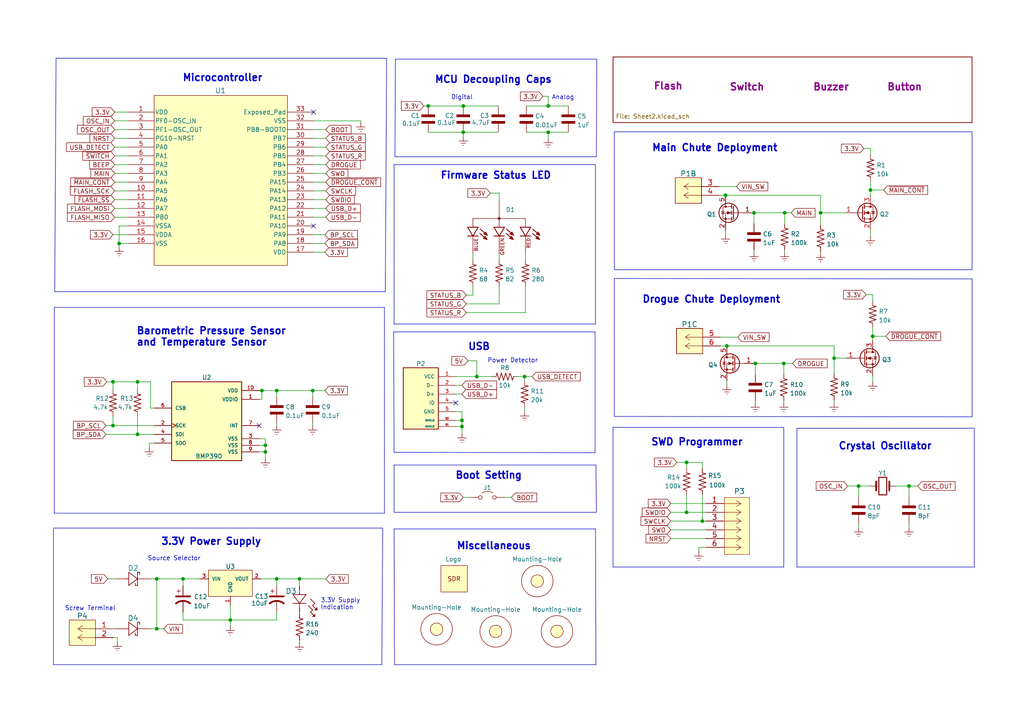
<source format=kicad_sch>
(kicad_sch (version 20230121) (generator eeschema)
  (paper "A4")
  (title_block (title "Flight Computer Lite") (date "2022-12-17") (rev "1.0") (company "Sun Devil Rocketry Avionics") (comment 1 "Author: Colton Acosta"))
  (lib_symbols
    (symbol "Flight-Computer-Lite:0530470610" (pin_names (offset 0.254) hide)
      (property "Reference" "P" (at 8.89 6.35 0))
      (symbol "0530470610_1_1"
        (pin passive line (at 0 0 0) (length 5.08) (name "1") (number "1"))
        (pin passive line (at 0 -2.54 0) (length 5.08) (name "2") (number "2"))
        (pin passive line (at 0 -5.08 0) (length 5.08) (name "3") (number "3"))
        (pin passive line (at 0 -7.62 0) (length 5.08) (name "4") (number "4"))
        (pin passive line (at 0 -10.16 0) (length 5.08) (name "5") (number "5"))
        (pin passive line (at 0 -12.7 0) (length 5.08) (name "6") (number "6"))
      )
    )
    (symbol "Flight-Computer-Lite:2N7002W-7-F" (pin_names hide)
      (property "Reference" "Q" (at 5.08 1.905 0))
      (symbol "2N7002W-7-F_1_1"
        (pin input line (at -5.08 0 0) (length 2.54) (name "G") (number "1"))
        (pin passive line (at 2.54 -5.08 90) (length 2.54) (name "S") (number "2"))
        (pin passive line (at 2.54 5.08 270) (length 2.54) (name "D") (number "3"))
      )
    )
    (symbol "Flight-Computer-Lite:Earth" (power) (pin_names (offset 0))
      (symbol "Earth_1_1"
        (pin power_in line (at 0 0 270) (length 0) hide (name "Earth") (number "1"))
      )
    )
    (symbol "Flight-Computer-Lite:Mounting-Hole" (pin_names (offset 1.016)))
    (symbol "Flight-Computer-Lite:STM32G4A1KEU6" (pin_names (offset 0.254))
      (property "Reference" "U" (at -0.635 24.13 0))
      (symbol "STM32G4A1KEU6_0_1"
        (pin power_in line (at -27.178 17.78 0) (length 7.62) (name "VDD") (number "1"))
        (pin bidirectional line (at -27.178 -5.08 0) (length 7.62) (name "PA5") (number "10"))
        (pin bidirectional line (at -27.178 -7.62 0) (length 7.62) (name "PA6") (number "11"))
        (pin bidirectional line (at -27.178 -10.16 0) (length 7.62) (name "PA7") (number "12"))
        (pin bidirectional line (at -27.178 -12.7 0) (length 7.62) (name "PB0") (number "13"))
        (pin power_out line (at -27.178 -15.24 0) (length 7.62) (name "VSSA") (number "14"))
        (pin power_in line (at -27.178 -17.78 0) (length 7.62) (name "VDDA") (number "15"))
        (pin power_out line (at -27.178 -20.32 0) (length 7.62) (name "VSS") (number "16"))
        (pin power_in line (at 26.67 -22.86 180) (length 7.62) (name "VDD") (number "17"))
        (pin bidirectional line (at 26.67 -20.32 180) (length 7.62) (name "PA8") (number "18"))
        (pin bidirectional line (at 26.67 -17.78 180) (length 7.62) (name "PA9") (number "19"))
        (pin bidirectional line (at -27.178 15.24 0) (length 7.62) (name "PF0-OSC_IN") (number "2"))
        (pin bidirectional line (at 26.67 -15.24 180) (length 7.62) (name "PA10") (number "20"))
        (pin bidirectional line (at 26.67 -12.7 180) (length 7.62) (name "PA11") (number "21"))
        (pin bidirectional line (at 26.67 -10.16 180) (length 7.62) (name "PA12") (number "22"))
        (pin bidirectional line (at 26.67 -7.62 180) (length 7.62) (name "PA13") (number "23"))
        (pin bidirectional line (at 26.67 -5.08 180) (length 7.62) (name "PA14") (number "24"))
        (pin bidirectional line (at 26.67 -2.54 180) (length 7.62) (name "PA15") (number "25"))
        (pin bidirectional line (at 26.67 0 180) (length 7.62) (name "PB3") (number "26"))
        (pin bidirectional line (at 26.67 2.54 180) (length 7.62) (name "PB4") (number "27"))
        (pin bidirectional line (at 26.67 5.08 180) (length 7.62) (name "PB5") (number "28"))
        (pin bidirectional line (at 26.67 7.62 180) (length 7.62) (name "PB6") (number "29"))
        (pin output line (at -27.178 12.7 0) (length 7.62) (name "PF1-OSC_OUT") (number "3"))
        (pin bidirectional line (at 26.67 10.16 180) (length 7.62) (name "PB7") (number "30"))
        (pin bidirectional line (at 26.67 12.7 180) (length 7.62) (name "PB8-BOOT0") (number "31"))
        (pin power_out line (at 26.67 15.24 180) (length 7.62) (name "VSS") (number "32"))
        (pin unspecified line (at 26.67 17.78 180) (length 7.62) (name "Exposed_Pad") (number "33"))
        (pin unspecified line (at -27.178 10.16 0) (length 7.62) (name "PG10-NRST") (number "4"))
        (pin bidirectional line (at -27.178 7.62 0) (length 7.62) (name "PA0") (number "5"))
        (pin bidirectional line (at -27.178 5.08 0) (length 7.62) (name "PA1") (number "6"))
        (pin bidirectional line (at -27.178 2.54 0) (length 7.62) (name "PA2") (number "7"))
        (pin bidirectional line (at -27.178 0 0) (length 7.62) (name "PA3") (number "8"))
        (pin unspecified line (at -27.178 -2.54 0) (length 7.62) (name "PA4") (number "9"))
      )
    )
    (symbol "Flight-Computer-Lite:USB" (pin_names (offset 1.016))
      (property "Reference" "P" (at -5.08 10.922 0))
      (symbol "USB_0_0"
        (pin power_out line (at -10.16 7.62 0) (length 5.08) (name "VCC") (number "1"))
        (pin bidirectional line (at -10.16 5.08 0) (length 5.08) (name "D-") (number "2"))
        (pin bidirectional line (at -10.16 2.54 0) (length 5.08) (name "D+") (number "3"))
        (pin power_out line (at -10.16 0 0) (length 5.08) (name "ID") (number "4"))
        (pin power_out line (at -10.16 -2.54 0) (length 5.08) (name "GND") (number "5"))
        (pin passive line (at -10.16 -6.858 0) (length 5.08) (name "SHIELD") (number "S1"))
        (pin passive line (at -10.16 -5.08 0) (length 5.08) (name "SHIELD") (number "S2"))
      )
    )
    (symbol "Flight-Computer:1546551-2" (pin_names (offset 0.254) hide)
      (property "Reference" "P" (at 8.89 6.35 0))
      (symbol "1546551-2_1_1"
        (pin passive line (at 0 0 0) (length 5.08) (name "5") (number "1"))
        (pin passive line (at 0 -2.54 0) (length 5.08) (name "6") (number "2"))
      )
    )
    (symbol "Flight-Computer:1984659" (pin_names (offset 0.254) hide)
      (property "Reference" "P" (at 8.89 6.35 0))
      (symbol "1984659_1_1"
        (pin passive line (at 0 0 0) (length 5.08) (name "5") (number "1"))
        (pin passive line (at 0 -2.54 0) (length 5.08) (name "6") (number "2"))
      )
      (symbol "1984659_2_1"
        (pin passive line (at 0 0 0) (length 5.08) (name "5") (number "3"))
        (pin passive line (at 0 -2.54 0) (length 5.08) (name "6") (number "4"))
      )
      (symbol "1984659_3_1"
        (pin passive line (at 0 0 0) (length 5.08) (name "5") (number "5"))
        (pin passive line (at 0 -2.54 0) (length 5.08) (name "6") (number "6"))
      )
    )
    (symbol "Flight-Computer:BMP390" (pin_names (offset 1.016))
      (property "Reference" "U" (at -2.54 13.335 0))
      (property "Value" "BMP390" (at -3.81 -9.525 0))
      (symbol "BMP390_0_0"
        (pin power_in line (at 15.24 7.62 180) (length 5.08) (name "VDDIO") (number "1"))
        (pin power_in line (at 15.24 10.16 180) (length 5.08) (name "VDD") (number "10"))
        (pin input clock (at -15.24 0 0) (length 5.08) (name "SCK") (number "2"))
        (pin power_in line (at 15.24 -3.81 180) (length 5.08) (name "VSS") (number "3"))
        (pin input line (at -15.24 -2.54 0) (length 5.08) (name "SDI") (number "4"))
        (pin input line (at -15.24 -5.08 0) (length 5.08) (name "SDO") (number "5"))
        (pin input line (at -15.24 5.08 0) (length 5.08) (name "CSB") (number "6"))
        (pin output line (at 15.24 0 180) (length 5.08) (name "INT") (number "7"))
        (pin power_in line (at 15.24 -5.715 180) (length 5.08) (name "VSS") (number "8"))
        (pin power_in line (at 15.24 -7.62 180) (length 5.08) (name "VSS") (number "9"))
      )
    )
    (symbol "Flight-Computer:CAP_0603" (pin_numbers hide) (pin_names (offset 1.016) hide)
      (property "Reference" "C" (at -1.27 3.81 0))
      (property "Value" "CAP_0603" (at -3.81 -3.81 0))
      (symbol "CAP_0603_0_0"
        (pin passive line (at 3.81 0 180) (length 2.54) (name "~") (number "1"))
        (pin passive line (at -3.81 0 0) (length 2.54) (name "~") (number "2"))
      )
    )
    (symbol "Flight-Computer:CAP_Polar" (pin_numbers hide) (pin_names (offset 0.254) hide)
      (property "Reference" "C" (at 0.635 2.54 0))
      (property "Value" "CAP_Polar" (at 0.635 -2.54 0))
      (symbol "CAP_Polar_1_1"
        (pin passive line (at 0 3.81 270) (length 2.794) (name "~") (number "1"))
        (pin passive line (at 0 -3.81 90) (length 3.302) (name "~") (number "2"))
      )
    )
    (symbol "Flight-Computer:CLMVC-FKA-CL1D1L71BB7C3C3" (pin_numbers hide) (pin_names (offset 1.016) hide)
      (property "Reference" "D" (at 13.97 -1.27 0))
      (symbol "CLMVC-FKA-CL1D1L71BB7C3C3_0_0"
        (text "BLUE" (at 3.048 -6.096 0) (effects (font (size 1.016 1.016)) (justify left bottom)))
        (text "GREEN" (at 3.048 1.524 0) (effects (font (size 1.016 1.016)) (justify left bottom)))
        (text "RED" (at 3.048 9.144 0) (effects (font (size 1.016 1.016)) (justify left bottom)))
        (pin passive line (at -7.62 0 0) (length 5.08) (name "~") (number "1"))
        (pin passive line (at 7.62 -7.62 180) (length 5.08) (name "~") (number "2"))
        (pin passive line (at 7.62 0 180) (length 5.08) (name "~") (number "3"))
        (pin passive line (at 7.62 7.62 180) (length 5.08) (name "~") (number "4"))
      )
    )
    (symbol "Flight-Computer:ECS-240-18-33-JGN-TR" (pin_numbers hide) (pin_names (offset 1.016) hide)
      (property "Reference" "Y" (at 0 3.81 0))
      (symbol "ECS-240-18-33-JGN-TR_1_1"
        (pin passive line (at -3.81 0 0) (length 1.27) (name "1") (number "1"))
        (pin no_connect line (at -3.175 5.08 270) (length 2.54) hide (name "") (number "2"))
        (pin passive line (at 3.81 0 180) (length 1.27) (name "3") (number "3"))
        (pin no_connect line (at -6.35 5.08 270) (length 2.54) hide (name "") (number "4"))
      )
    )
    (symbol "Flight-Computer:Earth" (power) (pin_names (offset 0))
      (symbol "Earth_1_1"
        (pin power_in line (at 0 0 270) (length 0) hide (name "Earth") (number "1"))
      )
    )
    (symbol "Flight-Computer:Jumper_NO" (pin_numbers hide) (pin_names (offset 0) hide)
      (property "Reference" "J" (at 0 2.794 0))
      (symbol "Jumper_NO_1_1"
        (pin passive line (at -5.08 0 0) (length 2.54) (name "A") (number "1"))
        (pin passive line (at 5.08 0 180) (length 2.54) (name "B") (number "2"))
      )
    )
    (symbol "Flight-Computer:LMS8117AMP-3.3_NOPB" (pin_names (offset 1.016))
      (property "Reference" "U" (at -1.27 5.08 0))
      (symbol "LMS8117AMP-3.3_NOPB_1_1"
        (pin input line (at 0 -6.35 90) (length 2.54) (name "GND") (number "1"))
        (pin power_out line (at 8.89 1.27 180) (length 2.54) (name "VOUT") (number "2"))
        (pin input line (at -8.89 1.27 0) (length 2.54) (name "VIN") (number "3"))
      )
    )
    (symbol "Flight-Computer:Logo" (pin_names (offset 1.016))
      (property "Reference" "LOGO" (at 0 5.08 0))
      (property "Value" "Logo" (at 0 -5.08 0))
      (symbol "Logo_0_0"
        (text "SDR" (at 0 0 0) (effects (font (size 1.27 1.27))))
      )
    )
    (symbol "Flight-Computer:Mounting-Hole" (pin_names (offset 1.016)))
    (symbol "Flight-Computer:QS5U17TR" (pin_names hide)
      (property "Reference" "Q" (at 5.08 1.905 0))
      (symbol "QS5U17TR_1_1"
        (pin input line (at -5.08 0 0) (length 2.54) (name "G") (number "1"))
        (pin passive line (at 2.54 -5.08 90) (length 2.54) (name "S") (number "2"))
        (pin no_connect line (at 8.89 0.635 270) (length 2.54) hide (name "") (number "3"))
        (pin no_connect line (at 11.43 0.635 270) (length 2.54) hide (name "") (number "4"))
        (pin passive line (at 2.54 5.08 270) (length 2.54) (name "D") (number "5"))
      )
    )
    (symbol "Flight-Computer:RES_0603" (pin_numbers hide) (pin_names (offset 1.016) hide)
      (property "Reference" "R" (at -1.27 1.27 0))
      (property "Value" "RES_0603" (at -3.81 -2.54 0))
      (symbol "RES_0603_0_0"
        (pin passive line (at -3.81 0 0) (length 1.27) (name "~") (number "1"))
        (pin passive line (at 3.81 0 180) (length 1.27) (name "~") (number "2"))
      )
    )
    (symbol "Flight-Computer:SM5819PL-TP" (pin_numbers hide) (pin_names hide)
      (property "Reference" "D" (at 0 4.445 0))
      (symbol "SM5819PL-TP_1_1"
        (pin passive line (at 5.08 0 180) (length 2.54) (name "~") (number "1"))
        (pin passive line (at -5.08 0 0) (length 2.54) (name "~") (number "2"))
      )
    )
    (symbol "Flight-Computer:SML-LX1206GC-TR" (pin_numbers hide) (pin_names hide)
      (property "Reference" "D" (at 3.81 5.08 0))
      (symbol "SML-LX1206GC-TR_1_1"
        (pin passive line (at 0 -2.54 90) (length 1.27) (name "1") (number "1"))
        (pin passive line (at 0 5.08 270) (length 1.27) (name "2") (number "2"))
      )
    )
    (symbol "RES_0603_1" (pin_numbers hide) (pin_names (offset 1.016) hide)
      (property "Reference" "R" (at -1.27 1.27 0))
      (property "Value" "RES_0603_1" (at -3.81 -2.54 0))
      (symbol "RES_0603_1_0_0"
        (pin passive line (at -3.81 0 0) (length 1.27) (name "~") (number "1"))
        (pin passive line (at 3.81 0 180) (length 1.27) (name "~") (number "2"))
      )
    )
    (symbol "RES_0603_7" (pin_numbers hide) (pin_names (offset 1.016) hide)
      (property "Reference" "R" (at -1.27 1.27 0))
      (property "Value" "RES_0603_7" (at -3.81 -2.54 0))
      (symbol "RES_0603_7_0_0"
        (pin passive line (at -3.81 0 0) (length 1.27) (name "~") (number "1"))
        (pin passive line (at 3.81 0 180) (length 1.27) (name "~") (number "2"))
      )
    )
  )
  (junction (at 39.878 125.984))
  (junction (at 199.136 134.112))
  (junction (at 203.708 151.13))
  (junction (at 227.33 105.41))
  (junction (at 66.802 179.832))
  (junction (at 159.004 30.734))
  (junction (at 134.366 30.734))
  (junction (at 39.878 110.744))
  (junction (at 249.047 140.97))
  (junction (at 90.678 113.284))
  (junction (at 80.264 113.284))
  (junction (at 227.584 61.722))
  (junction (at 218.694 61.722))
  (junction (at 86.868 167.894))
  (junction (at 32.766 123.444))
  (junction (at 237.998 61.722))
  (junction (at 75.946 113.284))
  (junction (at 45.466 182.372))
  (junction (at 133.985 121.92))
  (junction (at 34.544 70.612))
  (junction (at 263.652 140.97))
  (junction (at 138.303 109.22))
  (junction (at 152.146 109.22))
  (junction (at 210.439 56.642))
  (junction (at 241.935 103.886))
  (junction (at 159.004 38.354))
  (junction (at 76.962 131.064))
  (junction (at 252.476 55.118))
  (junction (at 253.111 97.536))
  (junction (at 210.82 100.33))
  (junction (at 219.075 105.41))
  (junction (at 133.985 123.698))
  (junction (at 199.136 148.59))
  (junction (at 134.366 38.354))
  (junction (at 53.086 167.894))
  (junction (at 76.962 129.159))
  (junction (at 80.264 167.894))
  (junction (at 32.766 110.744))
  (junction (at 124.206 30.734))
  (junction (at 45.466 167.894))
  (no_connect (at 90.932 65.532))
  (no_connect (at 75.184 123.444))
  (no_connect (at 132.207 116.84))
  (no_connect (at 90.932 32.512))
  (polyline (pts (xy 178.181 38.227) (xy 178.181 78.232)))
  (wire (pts (xy 90.932 60.452) (xy 94.488 60.452)))
  (wire (pts (xy 53.086 179.832) (xy 66.802 179.832)))
  (wire (pts (xy 152.4 73.533) (xy 152.4 75.438)))
  (wire (pts (xy 252.476 55.118) (xy 252.476 52.578)))
  (wire (pts (xy 45.466 182.372) (xy 43.688 182.372)))
  (wire (pts (xy 204.724 158.75) (xy 202.692 158.75)))
  (wire (pts (xy 124.206 38.354) (xy 134.366 38.354)))
  (wire (pts (xy 86.868 185.674) (xy 86.868 186.436)))
  (wire (pts (xy 90.932 45.212) (xy 94.488 45.212)))
  (polyline (pts (xy 281.94 80.899) (xy 281.94 120.904)))
  (wire (pts (xy 90.932 42.672) (xy 94.488 42.672)))
  (polyline (pts (xy 172.72 153.416) (xy 172.847 192.786)))
  (wire (pts (xy 219.075 105.41) (xy 227.33 105.41)))
  (wire (pts (xy 39.878 110.744) (xy 43.688 110.744)))
  (wire (pts (xy 34.544 65.532) (xy 34.544 70.612)))
  (wire (pts (xy 80.264 167.894) (xy 80.264 169.926)))
  (wire (pts (xy 144.78 88.138) (xy 144.78 83.058)))
  (wire (pts (xy 33.274 35.052) (xy 37.084 35.052)))
  (wire (pts (xy 33.274 32.512) (xy 37.084 32.512)))
  (wire (pts (xy 144.78 56.007) (xy 144.78 58.293)))
  (wire (pts (xy 122.936 30.734) (xy 124.206 30.734)))
  (wire (pts (xy 251.206 85.471) (xy 253.111 85.471)))
  (wire (pts (xy 227.33 105.41) (xy 229.87 105.41)))
  (polyline (pts (xy 112.141 16.891) (xy 111.76 84.582)))
  (polyline (pts (xy 111.506 89.154) (xy 111.506 148.844)))
  (wire (pts (xy 34.036 186.182) (xy 34.036 184.912)))
  (wire (pts (xy 66.802 175.514) (xy 66.802 179.832)))
  (wire (pts (xy 135.255 90.678) (xy 152.4 90.678)))
  (polyline (pts (xy 178.181 38.227) (xy 281.94 38.227)))
  (wire (pts (xy 253.111 97.536) (xy 256.921 97.536)))
  (wire (pts (xy 75.184 127.254) (xy 76.962 127.254)))
  (wire (pts (xy 90.932 35.052) (xy 104.648 35.052)))
  (wire (pts (xy 32.766 68.072) (xy 37.084 68.072)))
  (polyline (pts (xy 172.72 47.752) (xy 172.72 93.98)))
  (wire (pts (xy 104.648 35.56) (xy 104.648 35.052)))
  (wire (pts (xy 86.868 169.926) (xy 86.868 167.894)))
  (wire (pts (xy 208.534 56.642) (xy 210.439 56.642)))
  (wire (pts (xy 152.654 30.734) (xy 159.004 30.734)))
  (wire (pts (xy 90.932 70.612) (xy 94.234 70.612)))
  (wire (pts (xy 75.946 113.284) (xy 80.264 113.284)))
  (wire (pts (xy 75.946 115.824) (xy 75.946 113.284)))
  (wire (pts (xy 133.985 123.698) (xy 133.985 125.73)))
  (wire (pts (xy 144.78 73.533) (xy 144.78 75.438)))
  (wire (pts (xy 32.766 123.444) (xy 44.704 123.444)))
  (wire (pts (xy 218.694 61.722) (xy 218.694 64.897)))
  (wire (pts (xy 194.564 153.67) (xy 204.724 153.67)))
  (wire (pts (xy 210.439 66.802) (xy 210.439 68.072)))
  (wire (pts (xy 44.704 128.524) (xy 43.307 128.524)))
  (wire (pts (xy 227.584 61.722) (xy 229.489 61.722)))
  (polyline (pts (xy 114.554 45.466) (xy 114.681 17.145)))
  (wire (pts (xy 90.678 122.682) (xy 90.678 123.444)))
  (wire (pts (xy 90.932 37.592) (xy 94.488 37.592)))
  (polyline (pts (xy 15.494 153.162) (xy 110.998 153.162)))
  (wire (pts (xy 208.915 97.79) (xy 213.995 97.79)))
  (wire (pts (xy 218.059 61.722) (xy 218.694 61.722)))
  (wire (pts (xy 159.004 30.734) (xy 164.846 30.734)))
  (wire (pts (xy 203.708 151.13) (xy 204.724 151.13)))
  (wire (pts (xy 203.708 134.112) (xy 203.708 135.89)))
  (wire (pts (xy 44.704 118.364) (xy 43.688 118.364)))
  (wire (pts (xy 252.476 55.118) (xy 252.476 56.642)))
  (wire (pts (xy 219.075 116.205) (xy 219.075 116.84)))
  (wire (pts (xy 132.207 111.76) (xy 133.985 111.76)))
  (wire (pts (xy 208.915 100.33) (xy 210.82 100.33)))
  (polyline (pts (xy 114.3 134.874) (xy 172.847 134.874)))
  (wire (pts (xy 76.962 131.064) (xy 76.962 132.969)))
  (wire (pts (xy 132.207 119.38) (xy 133.985 119.38)))
  (wire (pts (xy 249.047 151.765) (xy 249.047 153.035)))
  (wire (pts (xy 210.439 56.642) (xy 237.998 56.642)))
  (wire (pts (xy 202.692 158.75) (xy 202.692 160.02)))
  (wire (pts (xy 33.274 60.452) (xy 37.084 60.452)))
  (wire (pts (xy 203.708 143.51) (xy 203.708 151.13)))
  (wire (pts (xy 138.303 104.648) (xy 138.303 109.22)))
  (wire (pts (xy 132.207 114.3) (xy 133.985 114.3)))
  (wire (pts (xy 199.136 134.112) (xy 199.136 135.89)))
  (polyline (pts (xy 282.575 164.465) (xy 231.14 164.465)))
  (wire (pts (xy 157.48 27.94) (xy 159.004 27.94)))
  (polyline (pts (xy 15.748 89.154) (xy 111.506 89.154)))
  (wire (pts (xy 134.366 38.354) (xy 144.526 38.354)))
  (wire (pts (xy 263.652 140.97) (xy 263.652 144.145)))
  (wire (pts (xy 218.694 61.722) (xy 227.584 61.722)))
  (wire (pts (xy 30.988 110.744) (xy 32.766 110.744)))
  (wire (pts (xy 80.264 113.284) (xy 80.264 115.062)))
  (wire (pts (xy 227.33 116.205) (xy 227.33 116.84)))
  (wire (pts (xy 150.241 109.22) (xy 152.146 109.22)))
  (polyline (pts (xy 172.847 134.874) (xy 172.974 148.59)))
  (wire (pts (xy 134.366 38.354) (xy 134.366 39.624)))
  (wire (pts (xy 208.534 54.102) (xy 213.614 54.102)))
  (wire (pts (xy 133.985 121.92) (xy 133.985 123.698)))
  (wire (pts (xy 30.734 123.444) (xy 32.766 123.444)))
  (polyline (pts (xy 114.3 134.874) (xy 114.3 148.59)))
  (wire (pts (xy 199.136 143.51) (xy 199.136 148.59)))
  (wire (pts (xy 152.4 90.678) (xy 152.4 83.058)))
  (polyline (pts (xy 110.998 153.162) (xy 110.744 192.786)))
  (polyline (pts (xy 227.33 123.952) (xy 227.33 164.465)))
  (wire (pts (xy 241.935 116.078) (xy 241.935 116.84)))
  (wire (pts (xy 39.878 125.984) (xy 44.704 125.984)))
  (wire (pts (xy 45.466 182.372) (xy 47.498 182.372)))
  (wire (pts (xy 227.33 105.41) (xy 227.33 108.585)))
  (wire (pts (xy 90.932 62.992) (xy 94.488 62.992)))
  (wire (pts (xy 194.564 148.59) (xy 199.136 148.59)))
  (polyline (pts (xy 281.94 78.232) (xy 178.181 78.232)))
  (wire (pts (xy 237.998 72.898) (xy 237.998 73.406)))
  (wire (pts (xy 142.24 56.007) (xy 144.78 56.007)))
  (wire (pts (xy 241.935 103.886) (xy 245.491 103.886)))
  (wire (pts (xy 66.802 179.832) (xy 66.802 181.61)))
  (wire (pts (xy 75.184 115.824) (xy 75.946 115.824)))
  (polyline (pts (xy 110.744 192.786) (xy 15.494 192.786)))
  (wire (pts (xy 53.086 179.832) (xy 53.086 177.546)))
  (wire (pts (xy 90.932 52.832) (xy 94.488 52.832)))
  (wire (pts (xy 124.206 30.734) (xy 134.366 30.734)))
  (wire (pts (xy 32.766 184.912) (xy 34.036 184.912)))
  (polyline (pts (xy 114.3 47.752) (xy 114.3 93.98)))
  (wire (pts (xy 194.564 151.13) (xy 203.708 151.13)))
  (wire (pts (xy 39.878 120.65) (xy 39.878 125.984)))
  (wire (pts (xy 241.935 100.33) (xy 241.935 103.886)))
  (wire (pts (xy 43.688 118.364) (xy 43.688 110.744)))
  (wire (pts (xy 80.264 177.546) (xy 80.264 179.832)))
  (wire (pts (xy 90.678 113.284) (xy 94.234 113.284)))
  (wire (pts (xy 75.692 167.894) (xy 80.264 167.894)))
  (wire (pts (xy 34.544 65.532) (xy 37.084 65.532)))
  (wire (pts (xy 159.004 38.354) (xy 164.846 38.354)))
  (wire (pts (xy 75.184 129.159) (xy 76.962 129.159)))
  (wire (pts (xy 90.932 47.752) (xy 94.488 47.752)))
  (polyline (pts (xy 172.974 148.59) (xy 114.3 148.59)))
  (polyline (pts (xy 114.681 17.145) (xy 173.101 17.145)))
  (wire (pts (xy 134.366 30.734) (xy 144.526 30.734)))
  (wire (pts (xy 237.998 61.722) (xy 237.998 65.278)))
  (wire (pts (xy 199.136 134.112) (xy 203.708 134.112)))
  (wire (pts (xy 263.652 140.97) (xy 266.192 140.97)))
  (wire (pts (xy 135.763 104.648) (xy 138.303 104.648)))
  (polyline (pts (xy 281.94 38.227) (xy 281.94 78.232)))
  (wire (pts (xy 90.932 55.372) (xy 94.488 55.372)))
  (polyline (pts (xy 114.173 96.266) (xy 172.593 96.266)))
  (wire (pts (xy 33.274 50.292) (xy 37.084 50.292)))
  (wire (pts (xy 252.476 43.053) (xy 252.476 44.958)))
  (wire (pts (xy 152.146 109.22) (xy 154.305 109.22)))
  (wire (pts (xy 132.207 121.92) (xy 133.985 121.92)))
  (polyline (pts (xy 172.593 131.318) (xy 114.3 131.191)))
  (wire (pts (xy 34.544 70.612) (xy 34.544 71.628)))
  (wire (pts (xy 33.274 45.212) (xy 37.084 45.212)))
  (wire (pts (xy 33.274 57.912) (xy 37.084 57.912)))
  (wire (pts (xy 159.004 27.94) (xy 159.004 30.734)))
  (polyline (pts (xy 114.3 153.416) (xy 114.427 192.786)))
  (polyline (pts (xy 231.14 124.206) (xy 282.575 124.206)))
  (polyline (pts (xy 178.181 80.772) (xy 178.181 120.777)))
  (wire (pts (xy 253.111 94.996) (xy 253.111 97.536)))
  (wire (pts (xy 132.207 109.22) (xy 138.303 109.22)))
  (polyline (pts (xy 231.14 124.206) (xy 231.14 164.465)))
  (wire (pts (xy 90.932 68.072) (xy 94.234 68.072)))
  (wire (pts (xy 43.688 167.894) (xy 45.466 167.894)))
  (wire (pts (xy 146.431 144.272) (xy 148.336 144.272)))
  (wire (pts (xy 263.652 151.765) (xy 263.652 153.035)))
  (wire (pts (xy 32.766 120.65) (xy 32.766 123.444)))
  (polyline (pts (xy 114.3 153.416) (xy 172.72 153.416)))
  (wire (pts (xy 237.998 61.722) (xy 244.856 61.722)))
  (wire (pts (xy 237.998 56.642) (xy 237.998 61.722)))
  (polyline (pts (xy 111.506 148.844) (xy 15.748 148.844)))
  (polyline (pts (xy 282.575 124.206) (xy 282.575 164.465)))
  (polyline (pts (xy 172.593 96.266) (xy 172.593 131.318)))
  (wire (pts (xy 218.44 105.41) (xy 219.075 105.41)))
  (wire (pts (xy 196.342 134.112) (xy 199.136 134.112)))
  (wire (pts (xy 32.766 182.372) (xy 33.528 182.372)))
  (polyline (pts (xy 281.94 120.904) (xy 178.181 120.777)))
  (wire (pts (xy 33.274 40.132) (xy 37.084 40.132)))
  (polyline (pts (xy 16.256 16.891) (xy 15.875 84.582)))
  (polyline (pts (xy 173.101 17.145) (xy 172.974 45.466)))
  (wire (pts (xy 227.584 61.722) (xy 227.584 64.897)))
  (wire (pts (xy 80.264 113.284) (xy 90.678 113.284)))
  (wire (pts (xy 76.962 129.159) (xy 76.962 131.064)))
  (wire (pts (xy 135.255 88.138) (xy 144.78 88.138)))
  (polyline (pts (xy 227.33 164.465) (xy 177.8 164.465)))
  (wire (pts (xy 253.111 97.536) (xy 253.111 98.806)))
  (wire (pts (xy 250.571 43.053) (xy 252.476 43.053)))
  (wire (pts (xy 90.932 40.132) (xy 94.488 40.132)))
  (wire (pts (xy 132.207 123.698) (xy 133.985 123.698)))
  (wire (pts (xy 31.242 167.894) (xy 33.528 167.894)))
  (polyline (pts (xy 172.72 93.98) (xy 114.3 93.98)))
  (wire (pts (xy 253.111 85.471) (xy 253.111 87.376)))
  (wire (pts (xy 259.842 140.97) (xy 263.652 140.97)))
  (wire (pts (xy 199.136 148.59) (xy 204.724 148.59)))
  (wire (pts (xy 194.564 156.21) (xy 204.724 156.21)))
  (wire (pts (xy 227.584 72.517) (xy 227.584 73.152)))
  (wire (pts (xy 152.146 109.22) (xy 152.146 110.49)))
  (wire (pts (xy 39.878 110.744) (xy 39.878 113.03)))
  (polyline (pts (xy 114.3 47.752) (xy 172.72 47.752)))
  (polyline (pts (xy 114.554 45.466) (xy 172.974 45.466)))
  (wire (pts (xy 86.868 167.894) (xy 94.488 167.894)))
  (wire (pts (xy 253.111 108.966) (xy 253.111 110.744)))
  (wire (pts (xy 159.004 38.354) (xy 159.004 40.132)))
  (wire (pts (xy 80.264 179.832) (xy 66.802 179.832)))
  (wire (pts (xy 249.047 140.97) (xy 252.222 140.97)))
  (wire (pts (xy 218.694 72.517) (xy 218.694 73.152)))
  (polyline (pts (xy 114.173 96.266) (xy 114.3 131.191)))
  (wire (pts (xy 80.264 167.894) (xy 86.868 167.894)))
  (wire (pts (xy 241.935 103.886) (xy 241.935 108.458)))
  (wire (pts (xy 133.985 119.38) (xy 133.985 121.92)))
  (wire (pts (xy 45.466 167.894) (xy 45.466 182.372)))
  (wire (pts (xy 33.274 47.752) (xy 37.084 47.752)))
  (wire (pts (xy 90.678 113.284) (xy 90.678 115.062)))
  (wire (pts (xy 33.274 37.592) (xy 37.084 37.592)))
  (wire (pts (xy 137.16 85.598) (xy 135.255 85.598)))
  (wire (pts (xy 32.766 110.744) (xy 32.766 113.03)))
  (wire (pts (xy 90.932 73.152) (xy 94.234 73.152)))
  (polyline (pts (xy 177.8 123.952) (xy 227.33 123.952)))
  (wire (pts (xy 152.146 118.11) (xy 152.146 119.38)))
  (wire (pts (xy 152.654 38.354) (xy 159.004 38.354)))
  (wire (pts (xy 137.16 83.058) (xy 137.16 85.598)))
  (polyline (pts (xy 15.494 153.416) (xy 15.494 192.786)))
  (wire (pts (xy 219.075 105.41) (xy 219.075 108.585)))
  (wire (pts (xy 33.274 62.992) (xy 37.084 62.992)))
  (wire (pts (xy 252.476 55.118) (xy 256.286 55.118)))
  (polyline (pts (xy 178.181 80.772) (xy 281.94 80.899)))
  (polyline (pts (xy 16.256 16.891) (xy 112.141 16.891)))
  (polyline (pts (xy 15.748 89.154) (xy 15.748 148.844)))
  (wire (pts (xy 194.564 146.05) (xy 204.724 146.05)))
  (wire (pts (xy 210.82 110.49) (xy 210.82 111.76)))
  (wire (pts (xy 90.932 57.912) (xy 94.488 57.912)))
  (wire (pts (xy 75.946 113.284) (xy 75.184 113.284)))
  (wire (pts (xy 75.184 131.064) (xy 76.962 131.064)))
  (wire (pts (xy 43.307 128.524) (xy 43.307 129.794)))
  (wire (pts (xy 138.303 109.22) (xy 142.621 109.22)))
  (wire (pts (xy 80.264 122.682) (xy 80.264 123.444)))
  (wire (pts (xy 86.868 178.054) (xy 86.868 177.546)))
  (wire (pts (xy 245.872 140.97) (xy 249.047 140.97)))
  (wire (pts (xy 137.16 73.533) (xy 137.16 75.438)))
  (wire (pts (xy 33.274 42.672) (xy 37.084 42.672)))
  (wire (pts (xy 33.274 55.372) (xy 37.084 55.372)))
  (wire (pts (xy 32.766 110.744) (xy 39.878 110.744)))
  (wire (pts (xy 76.962 127.254) (xy 76.962 129.159)))
  (wire (pts (xy 53.086 167.894) (xy 53.086 169.926)))
  (wire (pts (xy 134.366 144.272) (xy 136.271 144.272)))
  (wire (pts (xy 90.932 50.292) (xy 94.488 50.292)))
  (wire (pts (xy 249.047 140.97) (xy 249.047 144.145)))
  (wire (pts (xy 53.086 167.894) (xy 57.912 167.894)))
  (polyline (pts (xy 177.8 123.952) (xy 177.8 164.465)))
  (polyline (pts (xy 111.76 84.582) (xy 15.875 84.582)))
  (wire (pts (xy 210.82 100.33) (xy 241.935 100.33)))
  (polyline (pts (xy 172.847 192.786) (xy 114.427 192.786)))
  (wire (pts (xy 33.274 52.832) (xy 37.084 52.832)))
  (wire (pts (xy 252.476 66.802) (xy 252.476 68.58)))
  (wire (pts (xy 34.544 70.612) (xy 37.084 70.612)))
  (wire (pts (xy 45.466 167.894) (xy 53.086 167.894)))
  (wire (pts (xy 30.734 125.984) (xy 39.878 125.984)))
  (text "MCU Decoupling Caps" (at 125.984 24.384 0) (effects (font (size 2.032 2.032) (thickness 0.4064) bold) (justify left bottom)))
  (text "Drogue Chute Deployment" (at 186.182 88.138 0) (effects (font (size 2.032 2.032) (thickness 0.4064) bold) (justify left bottom)))
  (text "Digital" (at 130.81 29.083 0) (effects (font (size 1.27 1.27)) (justify left bottom)))
  (text "Source Selector" (at 42.799 162.814 0) (effects (font (size 1.27 1.27)) (justify left bottom)))
  (text "Analog" (at 160.02 29.083 0) (effects (font (size 1.27 1.27)) (justify left bottom)))
  (text "Barometric Pressure Sensor\nand Temperature Sensor" (at 39.497 100.584 0) (effects (font (size 2.032 2.032) bold) (justify left bottom)))
  (text "3.3V Supply\nIndication" (at 92.964 177.038 0) (effects (font (size 1.27 1.27)) (justify left bottom)))
  (text "Miscellaneous" (at 132.334 159.639 0) (effects (font (size 2.032 2.032) (thickness 0.4064) bold) (justify left bottom)))
  (text "Boot Setting" (at 131.953 139.192 0) (effects (font (size 2.032 2.032) (thickness 0.4064) bold) (justify left bottom)))
  (text "3.3V Power Supply" (at 46.609 158.369 0) (effects (font (size 2.032 2.032) (thickness 0.4064) bold) (justify left bottom)))
  (text "Main Chute Deployment" (at 188.976 44.196 0) (effects (font (size 2.032 2.032) (thickness 0.4064) bold) (justify left bottom)))
  (text "Firmware Status LED" (at 127.635 52.197 0) (effects (font (size 2.032 2.032) (thickness 0.4064) bold) (justify left bottom)))
  (text "USB" (at 135.636 101.854 0) (effects (font (size 2.032 2.032) (thickness 0.4064) bold) (justify left bottom)))
  (text "Screw Terminal" (at 18.796 177.292 0) (effects (font (size 1.27 1.27)) (justify left bottom)))
  (text "SWD Programmer" (at 188.722 129.54 0) (effects (font (size 2.032 2.032) (thickness 0.4064) bold) (justify left bottom)))
  (text "Microcontroller" (at 52.832 23.876 0) (effects (font (size 2.032 2.032) (thickness 0.4064) bold) (justify left bottom)))
  (text "Power Detector" (at 141.351 105.41 0) (effects (font (size 1.27 1.27)) (justify left bottom)))
  (text "Crystal Oscillator" (at 243.078 130.683 0) (effects (font (size 2.032 2.032) (thickness 0.4064) bold) (justify left bottom)))
  (global_label "SWO" (shape input) (at 194.564 153.67 180) (property "Intersheetrefs" "${INTERSHEET_REFS}" (effects hide)))
  (global_label "3.3V" (shape input) (at 30.988 110.744 180) (property "Intersheetrefs" "${INTERSHEET_REFS}" (effects hide)))
  (global_label "VIN_SW" (shape input) (at 213.614 54.102 0) (property "Intersheetrefs" "${INTERSHEET_REFS}" (effects hide)))
  (global_label "3.3V" (shape input) (at 157.48 27.94 180) (property "Intersheetrefs" "${INTERSHEET_REFS}" (effects hide)))
  (global_label "3.3V" (shape input) (at 94.234 73.152 0) (property "Intersheetrefs" "${INTERSHEET_REFS}" (effects hide)))
  (global_label "SWDIO" (shape input) (at 94.488 57.912 0) (property "Intersheetrefs" "${INTERSHEET_REFS}" (effects hide)))
  (global_label "STATUS_G" (shape input) (at 94.488 42.672 0) (property "Intersheetrefs" "${INTERSHEET_REFS}" (effects hide)))
  (global_label "OSC_IN" (shape input) (at 33.274 35.052 180) (property "Intersheetrefs" "${INTERSHEET_REFS}" (effects hide)))
  (global_label "3.3V" (shape input) (at 196.342 134.112 180) (property "Intersheetrefs" "${INTERSHEET_REFS}" (effects hide)))
  (global_label "3.3V" (shape input) (at 33.274 32.512 180) (property "Intersheetrefs" "${INTERSHEET_REFS}" (effects hide)))
  (global_label "STATUS_B" (shape input) (at 135.255 85.598 180) (property "Intersheetrefs" "${INTERSHEET_REFS}" (effects hide)))
  (global_label "BP_SDA" (shape input) (at 94.234 70.612 0) (property "Intersheetrefs" "${INTERSHEET_REFS}" (effects hide)))
  (global_label "3.3V" (shape input) (at 250.571 43.053 180) (property "Intersheetrefs" "${INTERSHEET_REFS}" (effects hide)))
  (global_label "3.3V" (shape input) (at 94.488 167.894 0) (property "Intersheetrefs" "${INTERSHEET_REFS}" (effects hide)))
  (global_label "5V" (shape input) (at 31.242 167.894 180) (property "Intersheetrefs" "${INTERSHEET_REFS}" (effects hide)))
  (global_label "MAIN" (shape input) (at 33.274 50.292 180) (property "Intersheetrefs" "${INTERSHEET_REFS}" (effects hide)))
  (global_label "BP_SDA" (shape input) (at 30.734 125.984 180) (property "Intersheetrefs" "${INTERSHEET_REFS}" (effects hide)))
  (global_label "VIN" (shape input) (at 47.498 182.372 0) (property "Intersheetrefs" "${INTERSHEET_REFS}" (effects hide)))
  (global_label "VIN_SW" (shape input) (at 213.995 97.79 0) (property "Intersheetrefs" "${INTERSHEET_REFS}" (effects hide)))
  (global_label "3.3V" (shape input) (at 134.366 144.272 180) (property "Intersheetrefs" "${INTERSHEET_REFS}" (effects hide)))
  (global_label "3.3V" (shape input) (at 32.766 68.072 180) (property "Intersheetrefs" "${INTERSHEET_REFS}" (effects hide)))
  (global_label "3.3V" (shape input) (at 94.234 113.284 0) (property "Intersheetrefs" "${INTERSHEET_REFS}" (effects hide)))
  (global_label "~{MAIN_CONT}" (shape input) (at 256.286 55.118 0) (property "Intersheetrefs" "${INTERSHEET_REFS}" (effects hide)))
  (global_label "STATUS_R" (shape input) (at 94.488 45.212 0) (property "Intersheetrefs" "${INTERSHEET_REFS}" (effects hide)))
  (global_label "~{MAIN_CONT}" (shape input) (at 33.274 52.832 180) (property "Intersheetrefs" "${INTERSHEET_REFS}" (effects hide)))
  (global_label "FLASH_MISO" (shape input) (at 33.274 62.992 180) (property "Intersheetrefs" "${INTERSHEET_REFS}" (effects hide)))
  (global_label "BOOT" (shape input) (at 148.336 144.272 0) (property "Intersheetrefs" "${INTERSHEET_REFS}" (effects hide)))
  (global_label "SWDIO" (shape input) (at 194.564 148.59 180) (property "Intersheetrefs" "${INTERSHEET_REFS}" (effects hide)))
  (global_label "USB_D+" (shape input) (at 133.985 114.3 0) (property "Intersheetrefs" "${INTERSHEET_REFS}" (effects hide)))
  (global_label "USB_D+" (shape input) (at 94.488 60.452 0) (property "Intersheetrefs" "${INTERSHEET_REFS}" (effects hide)))
  (global_label "3.3V" (shape input) (at 251.206 85.471 180) (property "Intersheetrefs" "${INTERSHEET_REFS}" (effects hide)))
  (global_label "MAIN" (shape input) (at 229.489 61.722 0) (property "Intersheetrefs" "${INTERSHEET_REFS}" (effects hide)))
  (global_label "~{FLASH_SS}" (shape input) (at 33.274 57.912 180) (property "Intersheetrefs" "${INTERSHEET_REFS}" (effects hide)))
  (global_label "USB_D-" (shape input) (at 133.985 111.76 0) (property "Intersheetrefs" "${INTERSHEET_REFS}" (effects hide)))
  (global_label "USB_DETECT" (shape input) (at 154.305 109.22 0) (property "Intersheetrefs" "${INTERSHEET_REFS}" (effects hide)))
  (global_label "BEEP" (shape input) (at 33.274 47.752 180) (property "Intersheetrefs" "${INTERSHEET_REFS}" (effects hide)))
  (global_label "OSC_OUT" (shape input) (at 33.274 37.592 180) (property "Intersheetrefs" "${INTERSHEET_REFS}" (effects hide)))
  (global_label "OSC_OUT" (shape input) (at 266.192 140.97 0) (property "Intersheetrefs" "${INTERSHEET_REFS}" (effects hide)))
  (global_label "BP_SCL" (shape input) (at 94.234 68.072 0) (property "Intersheetrefs" "${INTERSHEET_REFS}" (effects hide)))
  (global_label "USB_D-" (shape input) (at 94.488 62.992 0) (property "Intersheetrefs" "${INTERSHEET_REFS}" (effects hide)))
  (global_label "SWCLK" (shape input) (at 194.564 151.13 180) (property "Intersheetrefs" "${INTERSHEET_REFS}" (effects hide)))
  (global_label "~{DROGUE_CONT}" (shape input) (at 94.488 52.832 0) (property "Intersheetrefs" "${INTERSHEET_REFS}" (effects hide)))
  (global_label "FLASH_SCK" (shape input) (at 33.274 55.372 180) (property "Intersheetrefs" "${INTERSHEET_REFS}" (effects hide)))
  (global_label "BP_SCL" (shape input) (at 30.734 123.444 180) (property "Intersheetrefs" "${INTERSHEET_REFS}" (effects hide)))
  (global_label "OSC_IN" (shape input) (at 245.872 140.97 180) (property "Intersheetrefs" "${INTERSHEET_REFS}" (effects hide)))
  (global_label "STATUS_G" (shape input) (at 135.255 88.138 180) (property "Intersheetrefs" "${INTERSHEET_REFS}" (effects hide)))
  (global_label "~{DROGUE_CONT}" (shape input) (at 256.921 97.536 0) (property "Intersheetrefs" "${INTERSHEET_REFS}" (effects hide)))
  (global_label "NRST" (shape input) (at 194.564 156.21 180) (property "Intersheetrefs" "${INTERSHEET_REFS}" (effects hide)))
  (global_label "FLASH_MOSI" (shape input) (at 33.274 60.452 180) (property "Intersheetrefs" "${INTERSHEET_REFS}" (effects hide)))
  (global_label "STATUS_R" (shape input) (at 135.255 90.678 180) (property "Intersheetrefs" "${INTERSHEET_REFS}" (effects hide)))
  (global_label "3.3V" (shape input) (at 122.936 30.734 180) (property "Intersheetrefs" "${INTERSHEET_REFS}" (effects hide)))
  (global_label "DROGUE" (shape input) (at 94.488 47.752 0) (property "Intersheetrefs" "${INTERSHEET_REFS}" (effects hide)))
  (global_label "NRST" (shape input) (at 33.274 40.132 180) (property "Intersheetrefs" "${INTERSHEET_REFS}" (effects hide)))
  (global_label "USB_DETECT" (shape input) (at 33.274 42.672 180) (property "Intersheetrefs" "${INTERSHEET_REFS}" (effects hide)))
  (global_label "SWO" (shape input) (at 94.488 50.292 0) (property "Intersheetrefs" "${INTERSHEET_REFS}" (effects hide)))
  (global_label "STATUS_B" (shape input) (at 94.488 40.132 0) (property "Intersheetrefs" "${INTERSHEET_REFS}" (effects hide)))
  (global_label "3.3V" (shape input) (at 194.564 146.05 180) (property "Intersheetrefs" "${INTERSHEET_REFS}" (effects hide)))
  (global_label "DROGUE" (shape input) (at 229.87 105.41 0) (property "Intersheetrefs" "${INTERSHEET_REFS}" (effects hide)))
  (global_label "3.3V" (shape input) (at 142.24 56.007 180) (property "Intersheetrefs" "${INTERSHEET_REFS}" (effects hide)))
  (global_label "5V" (shape input) (at 135.763 104.648 180) (property "Intersheetrefs" "${INTERSHEET_REFS}" (effects hide)))
  (global_label "SWCLK" (shape input) (at 94.488 55.372 0) (property "Intersheetrefs" "${INTERSHEET_REFS}" (effects hide)))
  (global_label "BOOT" (shape input) (at 94.488 37.592 0) (property "Intersheetrefs" "${INTERSHEET_REFS}" (effects hide)))
  (global_label "~{SWITCH}" (shape input) (at 33.274 45.212 180) (property "Intersheetrefs" "${INTERSHEET_REFS}" (effects hide)))
  (symbol (lib_name "RES_0603_1") (lib_id "Flight-Computer:RES_0603") (at 227.33 112.395 90) (unit 1)
    (property "Reference" "R10" (at 229.0826 111.5603 90) (effects (justify right)))
    (property "Value" "100k" (at 229.0826 114.0972 90) (effects (justify right)))
    (property "Footprint" "Flight-Computer-Lite:RES_0603" (effects hide))
  )
  (symbol (lib_id "Flight-Computer:Logo") (at 131.699 167.894 0) (unit 1)
    (property "Reference" "LOGO1" (effects hide))
    (property "Value" "Logo" (at 129.159 162.179 0) (effects (justify left)))
    (property "Footprint" "Flight-Computer-Lite:logo_small" (effects hide))
  )
  (symbol (lib_id "Flight-Computer:Earth") (at 210.82 111.76 0) (unit 1)
    (property "Reference" "#PWR011" (effects hide))
    (property "Value" "Earth" (effects hide))
  )
  (symbol (lib_id "Flight-Computer:Earth") (at 202.692 160.02 0) (unit 1)
    (property "Reference" "#PWR023" (effects hide))
    (property "Value" "Earth" (effects hide))
  )
  (symbol (lib_id "Flight-Computer:SML-LX1206GC-TR") (at 86.868 175.006 0) (unit 1)
    (property "Reference" "D3" (at 82.804 171.45 0) (effects (font (size 1.524 1.524)) (justify left)))
    (property "Value" "SML-LX1206GC-TR" (effects hide))
    (property "Footprint" "Flight-Computer:SML-LX1206GC-TR" (effects hide))
  )
  (symbol (lib_id "Flight-Computer-Lite:2N7002W-7-F") (at 249.936 61.722 0) (unit 1)
    (property "Reference" "Q2" (at 255.143 62.1558 0) (effects (justify left)))
    (property "Value" "2N7002W-7-F" (effects hide))
    (property "Footprint" "Flight-Computer-Lite:2N7002W-7-F" (effects hide))
    (property "Datasheet" "https://www.onsemi.com/pub/Collateral/NDS7002A-D.PDF" (effects hide))
  )
  (symbol (lib_id "Flight-Computer:Earth") (at 241.935 116.84 0) (unit 1)
    (property "Reference" "#PWR014" (effects hide))
    (property "Value" "Earth" (effects hide))
  )
  (symbol (lib_id "Flight-Computer-Lite:Earth") (at 34.544 71.628 0) (unit 1)
    (property "Reference" "#PWR06" (effects hide))
    (property "Value" "Earth" (effects hide))
  )
  (symbol (lib_id "Flight-Computer:RES_0603") (at 203.708 139.7 90) (unit 1)
    (property "Reference" "R15" (at 205.359 137.922 90) (effects (justify right)))
    (property "Value" "100k" (at 205.613 140.716 90) (effects (justify right)))
    (property "Footprint" "Flight-Computer-Lite:RES_0603" (effects hide))
  )
  (symbol (lib_id "Flight-Computer:CAP_0603") (at 219.075 112.395 90) (unit 1)
    (property "Reference" "C7" (at 221.615 111.5603 90) (effects (justify right)))
    (property "Value" "1uF" (at 221.615 114.0972 90) (effects (justify right)))
    (property "Footprint" "Flight-Computer-Lite:CAP_0603" (effects hide))
  )
  (symbol (lib_id "Flight-Computer:Earth") (at 66.802 181.61 0) (unit 1)
    (property "Reference" "#PWR024" (effects hide))
    (property "Value" "Earth" (effects hide))
  )
  (symbol (lib_id "Flight-Computer:BMP390") (at 59.944 123.444 0) (unit 1)
    (property "Reference" "U2" (at 59.944 109.474 0))
    (property "Value" "BMP390" (at 60.579 132.334 0))
    (property "Footprint" "Flight-Computer-Lite:BMP390" (effects hide))
  )
  (symbol (lib_id "Flight-Computer:SM5819PL-TP") (at 38.608 167.894 0) (unit 1)
    (property "Reference" "D2" (at 38.608 164.7967 0) (effects (font (size 1.524 1.524))))
    (property "Value" "SM5819PL-TP" (effects hide))
    (property "Footprint" "Flight-Computer-Lite:SM5819PL-TP" (effects hide))
  )
  (symbol (lib_id "Flight-Computer:RES_0603") (at 39.878 116.84 90) (unit 1)
    (property "Reference" "R13" (at 34.798 115.57 90) (effects (justify right)))
    (property "Value" "4.7k" (at 34.163 118.11 90) (effects (justify right)))
    (property "Footprint" "Flight-Computer-Lite:RES_0603" (effects hide))
  )
  (symbol (lib_id "Flight-Computer:Mounting-Hole") (at 126.619 182.499 0) (unit 1)
    (property "Reference" "H2" (effects hide))
    (property "Value" "Mounting-Hole" (at 126.619 176.149 0))
    (property "Footprint" "Flight-Computer-Lite:MountingHole_3mm" (effects hide))
  )
  (symbol (lib_id "Flight-Computer:CAP_Polar") (at 80.264 173.736 0) (unit 1)
    (property "Reference" "C13" (at 73.914 172.974 0) (effects (justify left)))
    (property "Value" "10uF" (at 72.898 175.006 0) (effects (justify left)))
    (property "Footprint" "Flight-Computer-Lite:T491A106K010AT" (effects hide))
  )
  (symbol (lib_id "Flight-Computer-Lite:STM32G4A1KEU6") (at 64.262 50.292 0) (unit 1)
    (property "Reference" "U1" (at 63.9445 26.2651 0) (effects (font (size 1.524 1.524))))
    (property "Value" "STM32G4A1KEU6" (effects hide))
    (property "Footprint" "Flight-Computer-Lite:STM32G4A1KEU6" (effects hide))
    (property "Datasheet" "STM32G4A1KEU6" (effects hide))
  )
  (symbol (lib_id "Flight-Computer:Earth") (at 227.33 116.84 0) (unit 1)
    (property "Reference" "#PWR013" (effects hide))
    (property "Value" "Earth" (effects hide))
  )
  (symbol (lib_id "Flight-Computer:RES_0603") (at 86.868 181.864 90) (unit 1)
    (property "Reference" "R16" (at 88.6206 181.0293 90) (effects (justify right)))
    (property "Value" "240" (at 88.6206 183.5662 90) (effects (justify right)))
    (property "Footprint" "Flight-Computer-Lite:RES_0603" (effects hide))
  )
  (symbol (lib_id "Flight-Computer:RES_0603") (at 252.476 48.768 90) (unit 1)
    (property "Reference" "R1" (at 254.2286 47.9333 90) (effects (justify right)))
    (property "Value" "10k" (at 254.2286 50.4702 90) (effects (justify right)))
    (property "Footprint" "Flight-Computer-Lite:RES_0603" (effects hide))
  )
  (symbol (lib_id "Flight-Computer:1984659") (at 208.534 54.102 0) (mirror y) (unit 2)
    (property "Reference" "P1" (at 199.644 50.3951 0) (effects (font (size 1.524 1.524))))
    (property "Value" "1984659" (effects hide))
    (property "Footprint" "Flight-Computer-Lite:1984659" (effects hide))
  )
  (symbol (lib_id "Flight-Computer:Earth") (at 134.366 39.624 0) (unit 1)
    (property "Reference" "#PWR02" (effects hide))
    (property "Value" "Earth" (effects hide))
  )
  (symbol (lib_id "Flight-Computer:1984659") (at 208.915 97.79 0) (mirror y) (unit 3)
    (property "Reference" "P1" (at 200.025 94.0831 0) (effects (font (size 1.524 1.524))))
    (property "Value" "1984659" (effects hide))
    (property "Footprint" "Flight-Computer-Lite:1984659" (effects hide))
  )
  (symbol (lib_id "Flight-Computer:CAP_0603") (at 134.366 34.544 90) (unit 1)
    (property "Reference" "C2" (at 129.032 33.528 90) (effects (justify right)))
    (property "Value" "0.1uF" (at 126.746 35.56 90) (effects (justify right)))
    (property "Footprint" "Flight-Computer-Lite:CAP_0603" (effects hide))
  )
  (symbol (lib_id "Flight-Computer-Lite:Earth") (at 104.648 35.56 0) (unit 1)
    (property "Reference" "#PWR01" (effects hide))
    (property "Value" "Earth" (effects hide))
  )
  (symbol (lib_name "RES_0603_7") (lib_id "Flight-Computer:RES_0603") (at 253.111 91.186 90) (unit 1)
    (property "Reference" "R7" (at 254.8636 90.3513 90) (effects (justify right)))
    (property "Value" "10k" (at 254.8636 92.8882 90) (effects (justify right)))
    (property "Footprint" "Flight-Computer-Lite:RES_0603" (effects hide))
  )
  (symbol (lib_id "Flight-Computer:Earth") (at 43.307 129.794 0) (unit 1)
    (property "Reference" "#PWR019" (effects hide))
    (property "Value" "Earth" (effects hide))
  )
  (symbol (lib_id "Flight-Computer:ECS-240-18-33-JGN-TR") (at 256.032 140.97 0) (unit 1)
    (property "Reference" "Y1" (at 256.032 137.2418 0))
    (property "Value" "ECS-240-18-33-JGN-TR" (effects hide))
    (property "Footprint" "Flight-Computer-Lite:ECS-240-18-33-JGN-TR" (effects hide))
  )
  (symbol (lib_id "Flight-Computer:CAP_0603") (at 164.846 34.544 90) (unit 1)
    (property "Reference" "C5" (at 167.386 33.7093 90) (effects (justify right)))
    (property "Value" "1uF" (at 167.386 36.2462 90) (effects (justify right)))
    (property "Footprint" "Flight-Computer-Lite:CAP_0603" (effects hide))
  )
  (symbol (lib_id "Flight-Computer:Earth") (at 227.584 73.152 0) (unit 1)
    (property "Reference" "#PWR08" (effects hide))
    (property "Value" "Earth" (effects hide))
  )
  (symbol (lib_id "Flight-Computer:Earth") (at 253.111 110.744 0) (unit 1)
    (property "Reference" "#PWR010" (effects hide))
    (property "Value" "Earth" (effects hide))
  )
  (symbol (lib_id "Flight-Computer:QS5U17TR") (at 213.36 105.41 0) (mirror y) (unit 1)
    (property "Reference" "Q4" (at 208.153 105.8438 0) (effects (justify left)))
    (property "Value" "QS5U17TR" (effects hide))
    (property "Footprint" "Flight-Computer-Lite:QS5U17TR" (effects hide))
    (property "Datasheet" "https://www.onsemi.com/pub/Collateral/NDS7002A-D.PDF" (effects hide))
  )
  (symbol (lib_id "Flight-Computer:Earth") (at 210.439 68.072 0) (unit 1)
    (property "Reference" "#PWR04" (effects hide))
    (property "Value" "Earth" (effects hide))
  )
  (symbol (lib_id "Flight-Computer:Earth") (at 80.264 123.444 0) (unit 1)
    (property "Reference" "#PWR016" (effects hide))
    (property "Value" "Earth" (effects hide))
  )
  (symbol (lib_id "Flight-Computer:Jumper_NO") (at 141.351 144.272 0) (unit 1)
    (property "Reference" "J1" (at 141.351 141.4582 0))
    (property "Value" "Jumper_NO" (effects hide))
    (property "Footprint" "Flight-Computer-Lite:Jumper-NO" (effects hide))
  )
  (symbol (lib_id "Flight-Computer:Earth") (at 76.962 132.969 0) (unit 1)
    (property "Reference" "#PWR020" (effects hide))
    (property "Value" "Earth" (effects hide))
  )
  (symbol (lib_id "Flight-Computer:Earth") (at 249.047 153.035 0) (unit 1)
    (property "Reference" "#PWR021" (effects hide))
    (property "Value" "Earth" (effects hide))
  )
  (symbol (lib_id "Flight-Computer:SM5819PL-TP") (at 38.608 182.372 0) (unit 1)
    (property "Reference" "D4" (at 38.608 179.2747 0) (effects (font (size 1.524 1.524))))
    (property "Value" "SM5819PL-TP" (effects hide))
    (property "Footprint" "Flight-Computer-Lite:SM5819PL-TP" (effects hide))
  )
  (symbol (lib_id "Flight-Computer:Earth") (at 237.998 73.406 0) (unit 1)
    (property "Reference" "#PWR09" (effects hide))
    (property "Value" "Earth" (effects hide))
  )
  (symbol (lib_id "Flight-Computer:Earth") (at 152.146 119.38 0) (unit 1)
    (property "Reference" "#PWR015" (effects hide))
    (property "Value" "Earth" (effects hide))
  )
  (symbol (lib_id "Flight-Computer:CAP_0603") (at 249.047 147.955 90) (unit 1)
    (property "Reference" "C10" (at 251.587 147.1203 90) (effects (justify right)))
    (property "Value" "8pF" (at 251.587 149.6572 90) (effects (justify right)))
    (property "Footprint" "Flight-Computer-Lite:CAP_0603" (effects hide))
  )
  (symbol (lib_id "Flight-Computer:1546551-2") (at 32.766 182.372 0) (mirror y) (unit 1)
    (property "Reference" "P4" (at 23.876 178.6651 0) (effects (font (size 1.524 1.524))))
    (property "Value" "1546551-2" (effects hide))
    (property "Footprint" "Flight-Computer-Lite:1546551-2" (effects hide))
  )
  (symbol (lib_id "Flight-Computer:RES_0603") (at 32.766 116.84 90) (unit 1)
    (property "Reference" "R12" (at 27.686 115.57 90) (effects (justify right)))
    (property "Value" "4.7k" (at 27.051 118.11 90) (effects (justify right)))
    (property "Footprint" "Flight-Computer-Lite:RES_0603" (effects hide))
  )
  (symbol (lib_id "Flight-Computer:CAP_0603") (at 90.678 118.872 90) (unit 1)
    (property "Reference" "C9" (at 93.218 118.0373 90) (effects (justify right)))
    (property "Value" "0.1uF" (at 93.218 120.5742 90) (effects (justify right)))
    (property "Footprint" "Flight-Computer-Lite:CAP_0603" (effects hide))
  )
  (symbol (lib_id "Flight-Computer:Earth") (at 263.652 153.035 0) (unit 1)
    (property "Reference" "#PWR022" (effects hide))
    (property "Value" "Earth" (effects hide))
  )
  (symbol (lib_id "Flight-Computer:Earth") (at 133.985 125.73 0) (unit 1)
    (property "Reference" "#PWR018" (effects hide))
    (property "Value" "Earth" (effects hide))
  )
  (symbol (lib_id "Flight-Computer:CAP_0603") (at 218.694 68.707 90) (unit 1)
    (property "Reference" "C6" (at 221.234 67.8723 90) (effects (justify right)))
    (property "Value" "1uF" (at 221.234 70.4092 90) (effects (justify right)))
    (property "Footprint" "Flight-Computer-Lite:CAP_0603" (effects hide))
  )
  (symbol (lib_id "Flight-Computer:CAP_Polar") (at 53.086 173.736 0) (unit 1)
    (property "Reference" "C12" (at 56.261 173.101 0) (effects (justify left)))
    (property "Value" "10uF" (at 56.134 175.768 0) (effects (justify left)))
    (property "Footprint" "Flight-Computer-Lite:T491A106K010AT" (effects hide))
  )
  (symbol (lib_id "Flight-Computer:LMS8117AMP-3.3_NOPB") (at 66.802 169.164 0) (unit 1)
    (property "Reference" "U3" (at 66.802 164.3182 0))
    (property "Value" "LMS8117AMP-3.3_NOPB" (effects hide))
    (property "Footprint" "Flight-Computer-Lite:LMS8117AMP-3.3NOPB" (effects hide))
  )
  (symbol (lib_id "Flight-Computer-Lite:2N7002W-7-F") (at 250.571 103.886 0) (unit 1)
    (property "Reference" "Q3" (at 255.778 104.3198 0) (effects (justify left)))
    (property "Value" "2N7002W-7-F" (effects hide))
    (property "Footprint" "Flight-Computer-Lite:2N7002W-7-F" (effects hide))
    (property "Datasheet" "https://www.onsemi.com/pub/Collateral/NDS7002A-D.PDF" (effects hide))
  )
  (symbol (lib_id "Flight-Computer:Mounting-Hole") (at 161.544 183.134 0) (unit 1)
    (property "Reference" "H4" (effects hide))
    (property "Value" "Mounting-Hole" (at 161.544 176.784 0))
    (property "Footprint" "Flight-Computer-Lite:MountingHole_3mm" (effects hide))
  )
  (symbol (lib_name "RES_0603_1") (lib_id "Flight-Computer:RES_0603") (at 241.935 112.268 90) (unit 1)
    (property "Reference" "R9" (at 243.6876 111.4333 90) (effects (justify right)))
    (property "Value" "10k" (at 243.6876 113.9702 90) (effects (justify right)))
    (property "Footprint" "Flight-Computer-Lite:RES_0603" (effects hide))
  )
  (symbol (lib_id "Flight-Computer:CAP_0603") (at 152.654 34.544 90) (unit 1)
    (property "Reference" "C4" (at 155.194 33.7093 90) (effects (justify right)))
    (property "Value" "0.01uF" (at 155.194 36.2462 90) (effects (justify right)))
    (property "Footprint" "Flight-Computer-Lite:CAP_0603" (effects hide))
  )
  (symbol (lib_id "Flight-Computer:Earth") (at 159.004 40.132 0) (unit 1)
    (property "Reference" "#PWR03" (effects hide))
    (property "Value" "Earth" (effects hide))
  )
  (symbol (lib_id "Flight-Computer-Lite:USB") (at 122.047 116.84 0) (mirror y) (unit 1)
    (property "Reference" "P2" (at 122.047 105.5172 0))
    (property "Value" "USB" (effects hide))
    (property "Footprint" "Flight-Computer-Lite:10118194-0001LF" (effects hide))
  )
  (symbol (lib_id "Flight-Computer:RES_0603") (at 152.4 79.248 90) (unit 1)
    (property "Reference" "R6" (at 154.1526 78.4133 90) (effects (justify right)))
    (property "Value" "280" (at 154.1526 80.9502 90) (effects (justify right)))
    (property "Footprint" "Flight-Computer-Lite:RES_0603" (effects hide))
  )
  (symbol (lib_id "Flight-Computer-Lite:Mounting-Hole") (at 143.764 183.134 0) (unit 1)
    (property "Reference" "H3" (effects hide))
    (property "Value" "Mounting-Hole" (at 143.764 176.784 0))
    (property "Footprint" "Flight-Computer-Lite:MountingHole_3mm" (effects hide))
  )
  (symbol (lib_id "Flight-Computer:RES_0603") (at 199.136 139.7 90) (unit 1)
    (property "Reference" "R14" (at 193.421 138.43 90) (effects (justify right)))
    (property "Value" "100k" (at 192.786 140.97 90) (effects (justify right)))
    (property "Footprint" "Flight-Computer-Lite:RES_0603" (effects hide))
  )
  (symbol (lib_id "Flight-Computer:CAP_0603") (at 80.264 118.872 90) (unit 1)
    (property "Reference" "C8" (at 82.804 118.0373 90) (effects (justify right)))
    (property "Value" "0.1uF" (at 82.804 120.5742 90) (effects (justify right)))
    (property "Footprint" "Flight-Computer-Lite:CAP_0603" (effects hide))
  )
  (symbol (lib_id "Flight-Computer:CAP_0603") (at 263.652 147.955 90) (unit 1)
    (property "Reference" "C11" (at 266.192 147.1203 90) (effects (justify right)))
    (property "Value" "8pF" (at 266.192 149.6572 90) (effects (justify right)))
    (property "Footprint" "Flight-Computer-Lite:CAP_0603" (effects hide))
  )
  (symbol (lib_id "Flight-Computer:RES_0603") (at 146.431 109.22 180) (unit 1)
    (property "Reference" "R8" (at 146.431 106.68 0))
    (property "Value" "10k" (at 146.431 111.76 0))
    (property "Footprint" "Flight-Computer-Lite:RES_0603" (effects hide))
  )
  (symbol (lib_id "Flight-Computer:Mounting-Hole") (at 155.829 168.529 0) (unit 1)
    (property "Reference" "H1" (effects hide))
    (property "Value" "Mounting-Hole" (at 155.829 162.179 0))
    (property "Footprint" "Flight-Computer-Lite:MountingHole_3mm" (effects hide))
  )
  (symbol (lib_id "Flight-Computer:Earth") (at 218.694 73.152 0) (unit 1)
    (property "Reference" "#PWR07" (effects hide))
    (property "Value" "Earth" (effects hide))
  )
  (symbol (lib_id "Flight-Computer-Lite:0530470610") (at 204.724 146.05 0) (unit 1)
    (property "Reference" "P3" (at 212.852 142.494 0) (effects (font (size 1.524 1.524)) (justify left)))
    (property "Value" "0530470610" (effects hide))
    (property "Footprint" "Flight-Computer-Lite:53047-0610" (effects hide))
  )
  (symbol (lib_id "Flight-Computer:RES_0603") (at 152.146 114.3 90) (unit 1)
    (property "Reference" "R11" (at 153.8986 113.4653 90) (effects (justify right)))
    (property "Value" "20k" (at 153.8986 116.0022 90) (effects (justify right)))
    (property "Footprint" "Flight-Computer-Lite:RES_0603" (effects hide))
  )
  (symbol (lib_id "Flight-Computer:Earth") (at 219.075 116.84 0) (unit 1)
    (property "Reference" "#PWR012" (effects hide))
    (property "Value" "Earth" (effects hide))
  )
  (symbol (lib_id "Flight-Computer:Earth") (at 90.678 123.444 0) (unit 1)
    (property "Reference" "#PWR017" (effects hide))
    (property "Value" "Earth" (effects hide))
  )
  (symbol (lib_id "Flight-Computer:RES_0603") (at 144.78 79.248 90) (unit 1)
    (property "Reference" "R5" (at 146.5326 78.4133 90) (effects (justify right)))
    (property "Value" "82" (at 146.5326 80.9502 90) (effects (justify right)))
    (property "Footprint" "Flight-Computer-Lite:RES_0603" (effects hide))
  )
  (symbol (lib_id "Flight-Computer:CLMVC-FKA-CL1D1L71BB7C3C3") (at 144.78 65.913 270) (unit 1)
    (property "Reference" "D1" (at 146.685 60.833 90) (effects (justify left)))
    (property "Value" "CLMVC-FKA-CL1D1L71BB7C3C3" (effects hide))
    (property "Footprint" "Flight-Computer-Lite:CLMVC-FKA-CL1D1L71BB7C3C3" (effects hide))
  )
  (symbol (lib_id "Flight-Computer:CAP_0603") (at 144.526 34.544 90) (unit 1)
    (property "Reference" "C3" (at 139.192 33.528 90) (effects (justify right)))
    (property "Value" "4.7uF" (at 136.779 35.56 90) (effects (justify right)))
    (property "Footprint" "Flight-Computer-Lite:CAP_0603" (effects hide))
  )
  (symbol (lib_id "Flight-Computer:Earth") (at 252.476 68.58 0) (unit 1)
    (property "Reference" "#PWR05" (effects hide))
    (property "Value" "Earth" (effects hide))
  )
  (symbol (lib_id "Flight-Computer:Earth") (at 86.868 186.436 0) (unit 1)
    (property "Reference" "#PWR026" (effects hide))
    (property "Value" "Earth" (effects hide))
  )
  (symbol (lib_id "Flight-Computer:RES_0603") (at 137.16 79.248 90) (unit 1)
    (property "Reference" "R4" (at 138.9126 78.4133 90) (effects (justify right)))
    (property "Value" "68" (at 138.9126 80.9502 90) (effects (justify right)))
    (property "Footprint" "Flight-Computer-Lite:RES_0603" (effects hide))
  )
  (symbol (lib_name "RES_0603_1") (lib_id "Flight-Computer:RES_0603") (at 237.998 69.088 90) (unit 1)
    (property "Reference" "R3" (at 239.7506 68.2533 90) (effects (justify right)))
    (property "Value" "10k" (at 239.7506 70.7902 90) (effects (justify right)))
    (property "Footprint" "Flight-Computer-Lite:RES_0603" (effects hide))
  )
  (symbol (lib_id "Flight-Computer:RES_0603") (at 227.584 68.707 90) (unit 1)
    (property "Reference" "R2" (at 229.3366 67.8723 90) (effects (justify right)))
    (property "Value" "100k" (at 229.3366 70.4092 90) (effects (justify right)))
    (property "Footprint" "Flight-Computer-Lite:RES_0603" (effects hide))
  )
  (symbol (lib_id "Flight-Computer:Earth") (at 34.036 186.182 0) (unit 1)
    (property "Reference" "#PWR025" (effects hide))
    (property "Value" "Earth" (effects hide))
  )
  (symbol (lib_id "Flight-Computer:CAP_0603") (at 124.206 34.544 90) (unit 1)
    (property "Reference" "C1" (at 119.126 33.528 90) (effects (justify right)))
    (property "Value" "0.1uF" (at 116.586 35.814 90) (effects (justify right)))
    (property "Footprint" "Flight-Computer-Lite:CAP_0603" (effects hide))
  )
  (symbol (lib_id "Flight-Computer:QS5U17TR") (at 212.979 61.722 0) (mirror y) (unit 1)
    (property "Reference" "Q1" (at 207.772 62.1558 0) (effects (justify left)))
    (property "Value" "QS5U17TR" (effects hide))
    (property "Footprint" "Flight-Computer-Lite:QS5U17TR" (effects hide))
    (property "Datasheet" "https://www.onsemi.com/pub/Collateral/NDS7002A-D.PDF" (effects hide))
  )
  (sheet (at 177.8 16.51) (size 104.14 19.05) (stroke (width 0.1524))
    (property "Sheetname" "Sheet2" (effects hide))
    (property "Sheetfile" "Sheet2.kicad_sch" (at 178.562 33.02 0) (effects (justify left top)))
    (property "Field2" "Switch" (at 216.662 25.146 0) (effects (font (size 2.032 2.032) bold)))
    (property "Field3" "Flash" (at 193.802 24.892 0) (effects (font (size 2.032 2.032) bold)))
    (property "Field4" "Buzzer" (at 241.046 25.146 0) (effects (font (size 2.032 2.032) bold)))
    (property "Field5" "Button" (at 262.382 25.146 0) (effects (font (size 2.032 2.032) bold)))
  )
)
</source>
